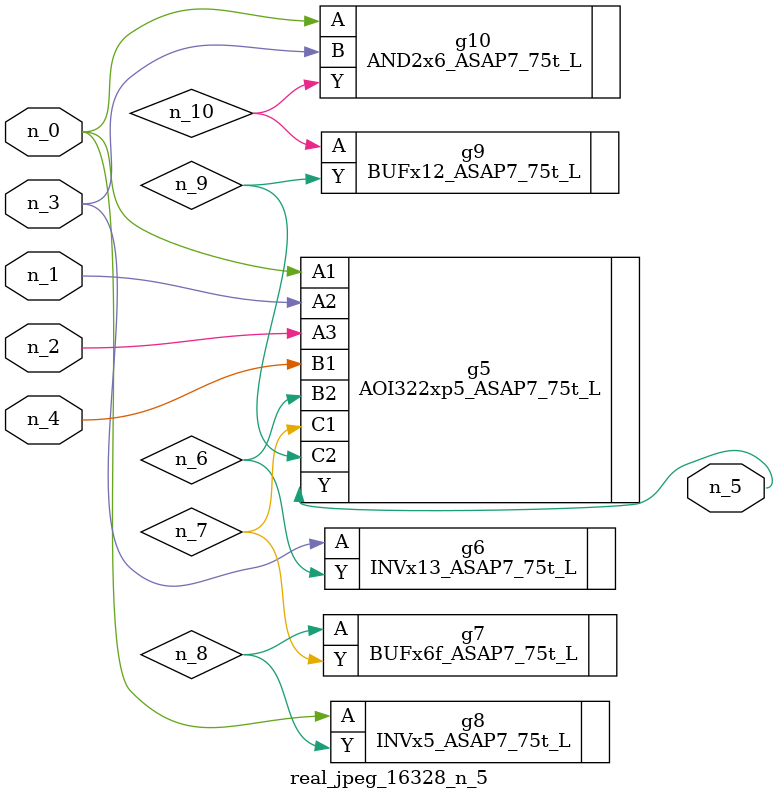
<source format=v>
module real_jpeg_16328_n_5 (n_4, n_0, n_1, n_2, n_3, n_5);

input n_4;
input n_0;
input n_1;
input n_2;
input n_3;

output n_5;

wire n_8;
wire n_6;
wire n_7;
wire n_10;
wire n_9;

AOI322xp5_ASAP7_75t_L g5 ( 
.A1(n_0),
.A2(n_1),
.A3(n_2),
.B1(n_4),
.B2(n_6),
.C1(n_7),
.C2(n_9),
.Y(n_5)
);

INVx5_ASAP7_75t_L g8 ( 
.A(n_0),
.Y(n_8)
);

AND2x6_ASAP7_75t_L g10 ( 
.A(n_0),
.B(n_3),
.Y(n_10)
);

INVx13_ASAP7_75t_L g6 ( 
.A(n_3),
.Y(n_6)
);

BUFx6f_ASAP7_75t_L g7 ( 
.A(n_8),
.Y(n_7)
);

BUFx12_ASAP7_75t_L g9 ( 
.A(n_10),
.Y(n_9)
);


endmodule
</source>
